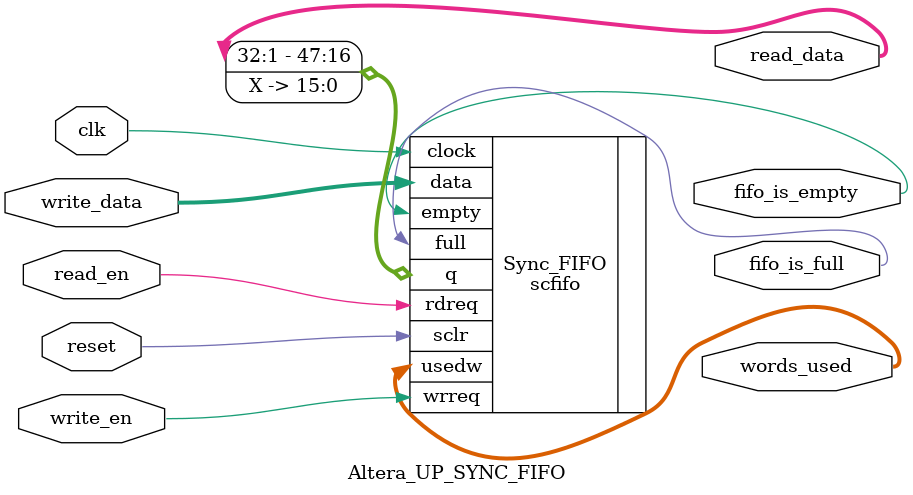
<source format=v>
/*****************************************************************************
 *                                                                           *
 * Module:       Altera_UP_SYNC_FIFO                                         *
 * Description:                                                              *
 *      This module is a FIFO with same clock for both reads and writes.     *
 *                                                                           *
 *****************************************************************************/

module Altera_UP_SYNC_FIFO (
	// Inputs
	clk,
	reset,

	write_en,
	write_data,

	read_en,
	
	// Bidirectionals

	// Outputs
	fifo_is_empty,
	fifo_is_full,
	words_used,

	read_data
);

/*****************************************************************************
 *                           Parameter Declarations                          *
 *****************************************************************************/

parameter	DATA_WIDTH	= 32;
parameter	DATA_DEPTH	= 128;
parameter	ADDR_WIDTH	= 7;

/*****************************************************************************
 *                             Port Declarations                             *
 *****************************************************************************/

// Inputs
input				clk;
input				reset;

input				write_en;
input		[DATA_WIDTH:1]	write_data;

input				read_en;

// Bidirectionals

// Outputs
output				fifo_is_empty;
output				fifo_is_full;
output		[ADDR_WIDTH:1]	words_used;

output		[DATA_WIDTH:1]	read_data;

/*****************************************************************************
 *                 Internal wires and registers Declarations                 *
 *****************************************************************************/

// Internal Wires

// Internal Registers

// State Machine Registers

/*****************************************************************************
 *                         Finite State Machine(s)                           *
 *****************************************************************************/


/*****************************************************************************
 *                             Sequential logic                              *
 *****************************************************************************/


/*****************************************************************************
 *                            Combinational logic                            *
 *****************************************************************************/


/*****************************************************************************
 *                              Internal Modules                             *
 *****************************************************************************/


scfifo	Sync_FIFO (
	// Inputs
	.clock			(clk),
	.sclr			(reset),

	.data			(write_data),
	.wrreq			(write_en),

	.rdreq			(read_en),

	// Bidirectionals

	// Outputs
	.empty			(fifo_is_empty),
	.full			(fifo_is_full),
	.usedw			(words_used),
	
	.q				({read_data, 16'bx})

	// Unused
	// synopsys translate_off
	,
	.aclr			(),
	.almost_empty	(),
	.almost_full	()
	// synopsys translate_on
);
defparam
	Sync_FIFO.add_ram_output_register	= "OFF",
	Sync_FIFO.intended_device_family	= "Cyclone IV E",
	Sync_FIFO.lpm_numwords				= DATA_DEPTH,
	Sync_FIFO.lpm_showahead				= "ON",
	Sync_FIFO.lpm_type					= "scfifo",
	Sync_FIFO.lpm_width					= DATA_WIDTH,
	Sync_FIFO.lpm_widthu				= ADDR_WIDTH,
	Sync_FIFO.overflow_checking			= "OFF",
	Sync_FIFO.underflow_checking		= "OFF",
	Sync_FIFO.use_eab					= "ON";

endmodule


</source>
